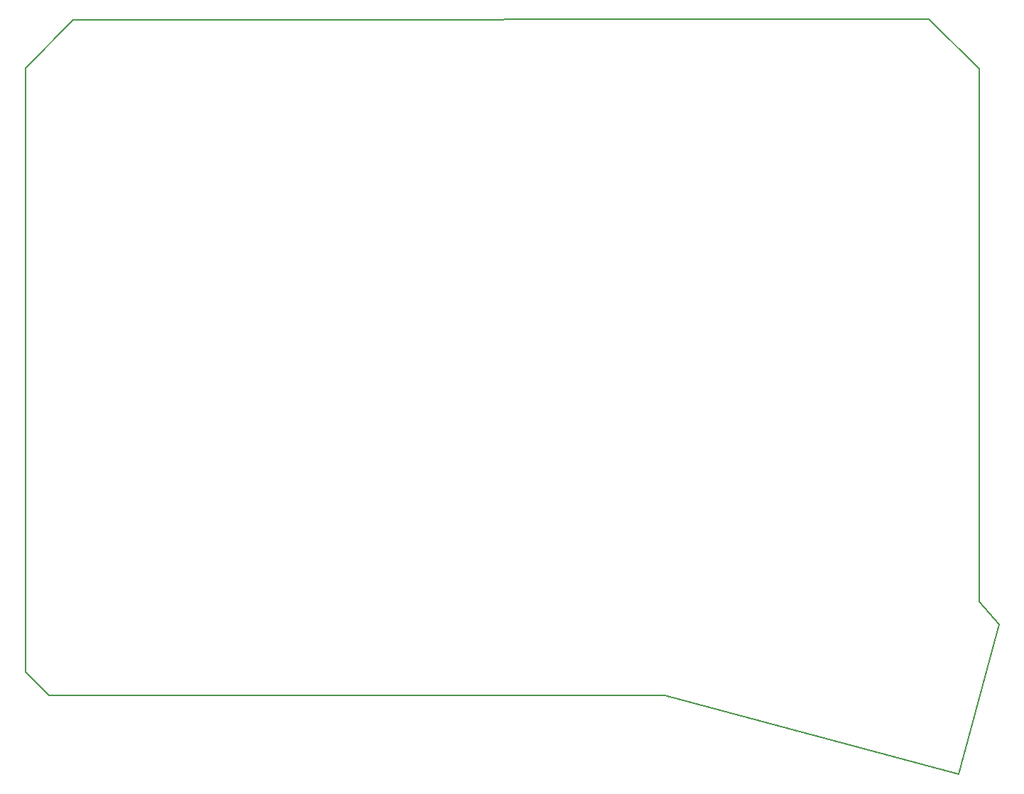
<source format=gbr>
G04 #@! TF.GenerationSoftware,KiCad,Pcbnew,5.0.1*
G04 #@! TF.CreationDate,2019-01-14T11:50:33+01:00*
G04 #@! TF.ProjectId,mini,6D696E692E6B696361645F7063620000,rev?*
G04 #@! TF.SameCoordinates,Original*
G04 #@! TF.FileFunction,Profile,NP*
%FSLAX46Y46*%
G04 Gerber Fmt 4.6, Leading zero omitted, Abs format (unit mm)*
G04 Created by KiCad (PCBNEW 5.0.1) date Mon 14 Jan 2019 11:50:33 AM CET*
%MOMM*%
%LPD*%
G01*
G04 APERTURE LIST*
%ADD10C,0.200000*%
%ADD11C,0.150000*%
G04 APERTURE END LIST*
D10*
X67100000Y-31900000D02*
X72800000Y-26200000D01*
D11*
X105300000Y-106800000D02*
X143300000Y-106800000D01*
X143350000Y-106800000D02*
X178400000Y-116200000D01*
X69900000Y-106800000D02*
X105300000Y-106800000D01*
D10*
X67100000Y-104000000D02*
X69900000Y-106800000D01*
D11*
X180850000Y-95600000D02*
X183200000Y-98300000D01*
X180850000Y-86550000D02*
X180850000Y-95600000D01*
X180850000Y-48500000D02*
X180850000Y-86550000D01*
X180850000Y-31950000D02*
X180850000Y-48500000D01*
X174839162Y-26089162D02*
X180850000Y-32000000D01*
X67100000Y-104000000D02*
X67100000Y-31950000D01*
X72800000Y-26150000D02*
X174850000Y-26100000D01*
X178400000Y-116200000D02*
X183200000Y-98300000D01*
M02*

</source>
